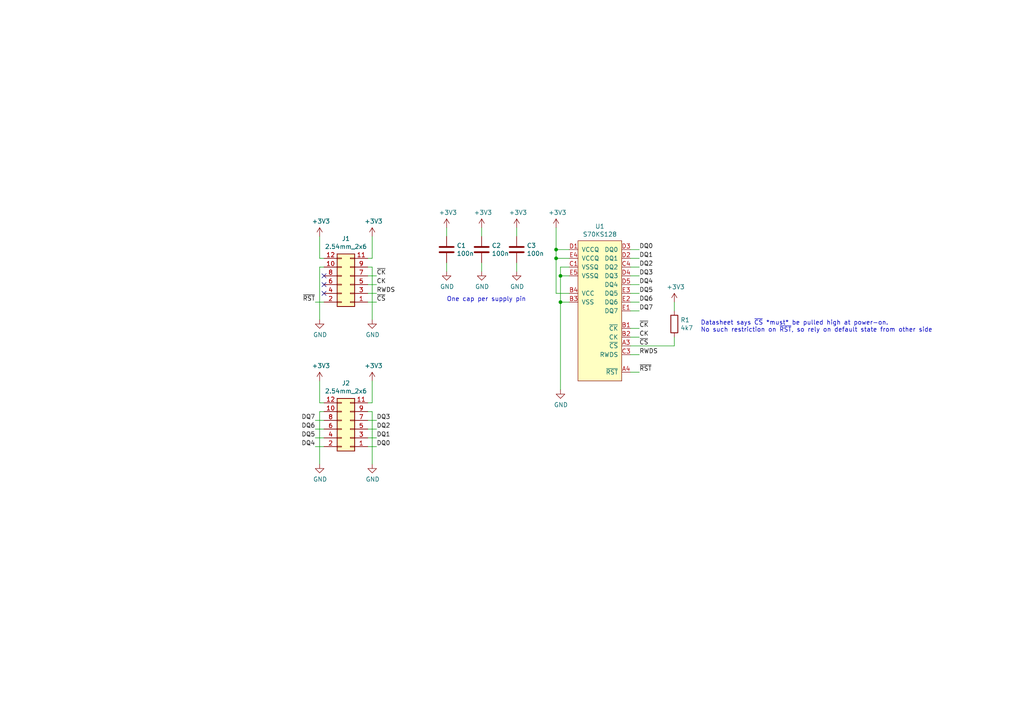
<source format=kicad_sch>
(kicad_sch (version 20230121) (generator eeschema)
  (paper "A4")
  (title_block (title "HyperRAM PMOD") (date "2020-08-19") (rev "A") (company "Luke Wren"))
  (lib_symbols
    (symbol "Connector_Generic:Conn_02x06_Odd_Even" (pin_names (offset 1.016) hide)
      (property "Reference" "J" (at 1.27 7.62 0))
      (property "Value" "Conn_02x06_Odd_Even" (at 1.27 -10.16 0))
      (symbol "Conn_02x06_Odd_Even_1_1"
        (rectangle (start -1.27 -7.493) (end 0 -7.747) (stroke (width 0.1524)))
        (rectangle (start -1.27 -4.953) (end 0 -5.207) (stroke (width 0.1524)))
        (rectangle (start -1.27 -2.413) (end 0 -2.667) (stroke (width 0.1524)))
        (rectangle (start -1.27 0.127) (end 0 -0.127) (stroke (width 0.1524)))
        (rectangle (start -1.27 2.667) (end 0 2.413) (stroke (width 0.1524)))
        (rectangle (start -1.27 5.207) (end 0 4.953) (stroke (width 0.1524)))
        (rectangle (start -1.27 6.35) (end 3.81 -8.89) (stroke (width 0.254)) (fill (type background)))
        (rectangle (start 3.81 -7.493) (end 2.54 -7.747) (stroke (width 0.1524)))
        (rectangle (start 3.81 -4.953) (end 2.54 -5.207) (stroke (width 0.1524)))
        (rectangle (start 3.81 -2.413) (end 2.54 -2.667) (stroke (width 0.1524)))
        (rectangle (start 3.81 0.127) (end 2.54 -0.127) (stroke (width 0.1524)))
        (rectangle (start 3.81 2.667) (end 2.54 2.413) (stroke (width 0.1524)))
        (rectangle (start 3.81 5.207) (end 2.54 4.953) (stroke (width 0.1524)))
        (pin passive line (at -5.08 5.08 0) (length 3.81) (name "Pin_1") (number "1"))
        (pin passive line (at 7.62 -5.08 180) (length 3.81) (name "Pin_10") (number "10"))
        (pin passive line (at -5.08 -7.62 0) (length 3.81) (name "Pin_11") (number "11"))
        (pin passive line (at 7.62 -7.62 180) (length 3.81) (name "Pin_12") (number "12"))
        (pin passive line (at 7.62 5.08 180) (length 3.81) (name "Pin_2") (number "2"))
        (pin passive line (at -5.08 2.54 0) (length 3.81) (name "Pin_3") (number "3"))
        (pin passive line (at 7.62 2.54 180) (length 3.81) (name "Pin_4") (number "4"))
        (pin passive line (at -5.08 0 0) (length 3.81) (name "Pin_5") (number "5"))
        (pin passive line (at 7.62 0 180) (length 3.81) (name "Pin_6") (number "6"))
        (pin passive line (at -5.08 -2.54 0) (length 3.81) (name "Pin_7") (number "7"))
        (pin passive line (at 7.62 -2.54 180) (length 3.81) (name "Pin_8") (number "8"))
        (pin passive line (at -5.08 -5.08 0) (length 3.81) (name "Pin_9") (number "9"))
      )
    )
    (symbol "Device:C" (pin_numbers hide) (pin_names (offset 0.254))
      (property "Reference" "C" (at 0.635 2.54 0))
      (property "Value" "C" (at 0.635 -2.54 0))
      (symbol "C_0_1"
        (polyline (pts (xy -2.032 -0.762) (xy 2.032 -0.762)) (stroke (width 0.508)))
        (polyline (pts (xy -2.032 0.762) (xy 2.032 0.762)) (stroke (width 0.508)))
      )
      (symbol "C_1_1"
        (pin passive line (at 0 3.81 270) (length 2.794) (name "~") (number "1"))
        (pin passive line (at 0 -3.81 90) (length 2.794) (name "~") (number "2"))
      )
    )
    (symbol "Device:R" (pin_numbers hide) (pin_names (offset 0))
      (property "Reference" "R" (at 2.032 0 90))
      (property "Value" "R" (at 0 0 90))
      (symbol "R_0_1"
        (rectangle (start -1.016 -2.54) (end 1.016 2.54) (stroke (width 0.254)))
      )
      (symbol "R_1_1"
        (pin passive line (at 0 3.81 270) (length 1.27) (name "~") (number "1"))
        (pin passive line (at 0 -3.81 90) (length 1.27) (name "~") (number "2"))
      )
    )
    (symbol "picodvi:S70KS128" (pin_names (offset 1.016))
      (property "Reference" "U" (at 0 21.59 0))
      (property "Value" "S70KS128" (at 0 -21.59 0))
      (symbol "S70KS128_0_1"
        (rectangle (start -6.35 20.32) (end 6.35 -20.32) (fill (type background)))
      )
      (symbol "S70KS128_1_1"
        (pin input line (at 8.89 -10.16 180) (length 2.54) (name "~{CS}") (number "A3"))
        (pin input line (at 8.89 -17.78 180) (length 2.54) (name "~{RST}") (number "A4"))
        (pin input line (at 8.89 -5.08 180) (length 2.54) (name "~{CK}") (number "B1"))
        (pin input line (at 8.89 -7.62 180) (length 2.54) (name "CK") (number "B2"))
        (pin passive line (at -8.89 2.54 0) (length 2.54) (name "VSS") (number "B3"))
        (pin power_in line (at -8.89 5.08 0) (length 2.54) (name "VCC") (number "B4"))
        (pin passive line (at -8.89 12.7 0) (length 2.54) (name "VSSQ") (number "C1"))
        (pin bidirectional line (at 8.89 -12.7 180) (length 2.54) (name "RWDS") (number "C3"))
        (pin bidirectional line (at 8.89 12.7 180) (length 2.54) (name "DQ2") (number "C4"))
        (pin power_in line (at -8.89 17.78 0) (length 2.54) (name "VCCQ") (number "D1"))
        (pin bidirectional line (at 8.89 15.24 180) (length 2.54) (name "DQ1") (number "D2"))
        (pin bidirectional line (at 8.89 17.78 180) (length 2.54) (name "DQ0") (number "D3"))
        (pin bidirectional line (at 8.89 10.16 180) (length 2.54) (name "DQ3") (number "D4"))
        (pin bidirectional line (at 8.89 7.62 180) (length 2.54) (name "DQ4") (number "D5"))
        (pin bidirectional line (at 8.89 0 180) (length 2.54) (name "DQ7") (number "E1"))
        (pin bidirectional line (at 8.89 2.54 180) (length 2.54) (name "DQ6") (number "E2"))
        (pin bidirectional line (at 8.89 5.08 180) (length 2.54) (name "DQ5") (number "E3"))
        (pin power_in line (at -8.89 15.24 0) (length 2.54) (name "VCCQ") (number "E4"))
        (pin passive line (at -8.89 10.16 0) (length 2.54) (name "VSSQ") (number "E5"))
      )
    )
    (symbol "power:+3V3" (power) (pin_names (offset 0))
      (property "Value" "+3V3" (at 0 3.556 0))
      (symbol "+3V3_0_1"
        (polyline (pts (xy -0.762 1.27) (xy 0 2.54)))
        (polyline (pts (xy 0 0) (xy 0 2.54)))
        (polyline (pts (xy 0 2.54) (xy 0.762 1.27)))
      )
      (symbol "+3V3_1_1"
        (pin power_in line (at 0 0 90) (length 0) hide (name "+3V3") (number "1"))
      )
    )
    (symbol "power:GND" (power) (pin_names (offset 0))
      (property "Value" "GND" (at 0 -3.81 0))
      (symbol "GND_0_1"
        (polyline (pts (xy 0 0) (xy 0 -1.27) (xy 1.27 -1.27) (xy 0 -2.54) (xy -1.27 -1.27) (xy 0 -1.27)))
      )
      (symbol "GND_1_1"
        (pin power_in line (at 0 0 270) (length 0) hide (name "GND") (number "1"))
      )
    )
  )
  (junction (at 161.29 74.93))
  (junction (at 161.29 72.39))
  (junction (at 162.56 80.01))
  (junction (at 162.56 87.63))
  (no_connect (at 93.98 85.09))
  (no_connect (at 93.98 82.55))
  (no_connect (at 93.98 80.01))
  (wire (pts (xy 93.98 116.84) (xy 92.71 116.84)))
  (wire (pts (xy 106.68 80.01) (xy 109.22 80.01)))
  (wire (pts (xy 106.68 82.55) (xy 109.22 82.55)))
  (wire (pts (xy 106.68 129.54) (xy 109.22 129.54)))
  (wire (pts (xy 182.88 107.95) (xy 185.42 107.95)))
  (wire (pts (xy 165.1 74.93) (xy 161.29 74.93)))
  (wire (pts (xy 91.44 127) (xy 93.98 127)))
  (wire (pts (xy 149.86 68.58) (xy 149.86 66.04)))
  (wire (pts (xy 91.44 129.54) (xy 93.98 129.54)))
  (wire (pts (xy 162.56 77.47) (xy 162.56 80.01)))
  (wire (pts (xy 93.98 119.38) (xy 92.71 119.38)))
  (wire (pts (xy 106.68 116.84) (xy 107.95 116.84)))
  (wire (pts (xy 93.98 74.93) (xy 92.71 74.93)))
  (wire (pts (xy 182.88 74.93) (xy 185.42 74.93)))
  (wire (pts (xy 182.88 85.09) (xy 185.42 85.09)))
  (wire (pts (xy 106.68 127) (xy 109.22 127)))
  (wire (pts (xy 129.54 68.58) (xy 129.54 66.04)))
  (wire (pts (xy 106.68 74.93) (xy 107.95 74.93)))
  (wire (pts (xy 165.1 77.47) (xy 162.56 77.47)))
  (wire (pts (xy 139.7 68.58) (xy 139.7 66.04)))
  (wire (pts (xy 161.29 85.09) (xy 165.1 85.09)))
  (wire (pts (xy 182.88 82.55) (xy 185.42 82.55)))
  (wire (pts (xy 93.98 77.47) (xy 92.71 77.47)))
  (wire (pts (xy 182.88 80.01) (xy 185.42 80.01)))
  (wire (pts (xy 106.68 124.46) (xy 109.22 124.46)))
  (wire (pts (xy 162.56 80.01) (xy 162.56 87.63)))
  (wire (pts (xy 92.71 77.47) (xy 92.71 92.71)))
  (wire (pts (xy 106.68 121.92) (xy 109.22 121.92)))
  (wire (pts (xy 162.56 87.63) (xy 162.56 113.03)))
  (wire (pts (xy 161.29 72.39) (xy 161.29 66.04)))
  (wire (pts (xy 182.88 90.17) (xy 185.42 90.17)))
  (wire (pts (xy 107.95 77.47) (xy 107.95 92.71)))
  (wire (pts (xy 106.68 77.47) (xy 107.95 77.47)))
  (wire (pts (xy 92.71 119.38) (xy 92.71 134.62)))
  (wire (pts (xy 165.1 80.01) (xy 162.56 80.01)))
  (wire (pts (xy 182.88 95.25) (xy 185.42 95.25)))
  (wire (pts (xy 107.95 116.84) (xy 107.95 110.49)))
  (wire (pts (xy 182.88 100.33) (xy 195.58 100.33)))
  (wire (pts (xy 91.44 87.63) (xy 93.98 87.63)))
  (wire (pts (xy 106.68 119.38) (xy 107.95 119.38)))
  (wire (pts (xy 92.71 116.84) (xy 92.71 110.49)))
  (wire (pts (xy 139.7 78.74) (xy 139.7 76.2)))
  (wire (pts (xy 195.58 100.33) (xy 195.58 97.79)))
  (wire (pts (xy 182.88 87.63) (xy 185.42 87.63)))
  (wire (pts (xy 106.68 87.63) (xy 109.22 87.63)))
  (wire (pts (xy 165.1 72.39) (xy 161.29 72.39)))
  (wire (pts (xy 149.86 78.74) (xy 149.86 76.2)))
  (wire (pts (xy 107.95 74.93) (xy 107.95 68.58)))
  (wire (pts (xy 92.71 74.93) (xy 92.71 68.58)))
  (wire (pts (xy 91.44 121.92) (xy 93.98 121.92)))
  (wire (pts (xy 182.88 97.79) (xy 185.42 97.79)))
  (wire (pts (xy 106.68 85.09) (xy 109.22 85.09)))
  (wire (pts (xy 195.58 90.17) (xy 195.58 87.63)))
  (wire (pts (xy 182.88 72.39) (xy 185.42 72.39)))
  (wire (pts (xy 107.95 119.38) (xy 107.95 134.62)))
  (wire (pts (xy 161.29 74.93) (xy 161.29 85.09)))
  (wire (pts (xy 91.44 124.46) (xy 93.98 124.46)))
  (wire (pts (xy 165.1 87.63) (xy 162.56 87.63)))
  (wire (pts (xy 129.54 78.74) (xy 129.54 76.2)))
  (wire (pts (xy 161.29 74.93) (xy 161.29 72.39)))
  (wire (pts (xy 182.88 102.87) (xy 185.42 102.87)))
  (wire (pts (xy 182.88 77.47) (xy 185.42 77.47)))
  (text "Datasheet says ~{CS} *must* be pulled high at power-on.\nNo such restriction on ~{RST}, so rely on default state from other side" (at 203.2 96.52 0) (effects (font (size 1.27 1.27)) (justify left bottom)))
  (text "One cap per supply pin" (at 129.54 87.63 0) (effects (font (size 1.27 1.27)) (justify left bottom)))
  (label "DQ0" (at 109.22 129.54 0))
  (label "DQ2" (at 109.22 124.46 0))
  (label "~{RST}" (at 185.42 107.95 0))
  (label "DQ7" (at 91.44 121.92 180))
  (label "~{CS}" (at 185.42 100.33 0))
  (label "DQ7" (at 185.42 90.17 0))
  (label "DQ5" (at 91.44 127 180))
  (label "~{CK}" (at 109.22 80.01 0))
  (label "~{RST}" (at 91.44 87.63 180))
  (label "DQ2" (at 185.42 77.47 0))
  (label "DQ1" (at 185.42 74.93 0))
  (label "RWDS" (at 109.22 85.09 0))
  (label "~{CK}" (at 185.42 95.25 0))
  (label "CK" (at 109.22 82.55 0))
  (label "DQ1" (at 109.22 127 0))
  (label "DQ6" (at 185.42 87.63 0))
  (label "DQ3" (at 109.22 121.92 0))
  (label "RWDS" (at 185.42 102.87 0))
  (label "~{CS}" (at 109.22 87.63 0))
  (label "DQ0" (at 185.42 72.39 0))
  (label "DQ6" (at 91.44 124.46 180))
  (label "DQ3" (at 185.42 80.01 0))
  (label "DQ5" (at 185.42 85.09 0))
  (label "CK" (at 185.42 97.79 0))
  (label "DQ4" (at 185.42 82.55 0))
  (label "DQ4" (at 91.44 129.54 180))
  (symbol (lib_id "picodvi:S70KS128") (at 173.99 90.17 0) (unit 1)
    (property "Reference" "U1" (at 173.99 65.659 0))
    (property "Value" "S70KS128" (at 173.99 67.9704 0))
    (property "Footprint" "picodvi:S70KS128" (effects hide))
  )
  (symbol (lib_id "Connector_Generic:Conn_02x06_Odd_Even") (at 101.6 124.46 180) (unit 1)
    (property "Reference" "J2" (at 100.33 111.125 0))
    (property "Value" "2.54mm_2x6" (at 100.33 113.4364 0))
    (property "Footprint" "Connector_PinSocket_2.54mm:PinSocket_2x06_P2.54mm_Horizontal" (effects hide))
  )
  (symbol (lib_id "power:GND") (at 107.95 134.62 0) (unit 1)
    (property "Reference" "#PWR0101" (effects hide))
    (property "Value" "GND" (at 108.077 139.0142 0))
  )
  (symbol (lib_id "power:+3V3") (at 92.71 110.49 0) (unit 1)
    (property "Reference" "#PWR0102" (effects hide))
    (property "Value" "+3V3" (at 93.091 106.0958 0))
  )
  (symbol (lib_id "power:+3V3") (at 107.95 110.49 0) (unit 1)
    (property "Reference" "#PWR0103" (effects hide))
    (property "Value" "+3V3" (at 108.331 106.0958 0))
  )
  (symbol (lib_id "power:GND") (at 92.71 134.62 0) (unit 1)
    (property "Reference" "#PWR0104" (effects hide))
    (property "Value" "GND" (at 92.837 139.0142 0))
  )
  (symbol (lib_id "Connector_Generic:Conn_02x06_Odd_Even") (at 101.6 82.55 180) (unit 1)
    (property "Reference" "J1" (at 100.33 69.215 0))
    (property "Value" "2.54mm_2x6" (at 100.33 71.5264 0))
    (property "Footprint" "Connector_PinSocket_2.54mm:PinSocket_2x06_P2.54mm_Horizontal" (effects hide))
  )
  (symbol (lib_id "power:GND") (at 107.95 92.71 0) (unit 1)
    (property "Reference" "#PWR0105" (effects hide))
    (property "Value" "GND" (at 108.077 97.1042 0))
  )
  (symbol (lib_id "power:+3V3") (at 92.71 68.58 0) (unit 1)
    (property "Reference" "#PWR0106" (effects hide))
    (property "Value" "+3V3" (at 93.091 64.1858 0))
  )
  (symbol (lib_id "power:+3V3") (at 107.95 68.58 0) (unit 1)
    (property "Reference" "#PWR0107" (effects hide))
    (property "Value" "+3V3" (at 108.331 64.1858 0))
  )
  (symbol (lib_id "power:GND") (at 92.71 92.71 0) (unit 1)
    (property "Reference" "#PWR0108" (effects hide))
    (property "Value" "GND" (at 92.837 97.1042 0))
  )
  (symbol (lib_id "power:+3V3") (at 161.29 66.04 0) (unit 1)
    (property "Reference" "#PWR0109" (effects hide))
    (property "Value" "+3V3" (at 161.671 61.6458 0))
  )
  (symbol (lib_id "power:GND") (at 162.56 113.03 0) (unit 1)
    (property "Reference" "#PWR0110" (effects hide))
    (property "Value" "GND" (at 162.687 117.4242 0))
  )
  (symbol (lib_id "Device:R") (at 195.58 93.98 0) (unit 1)
    (property "Reference" "R1" (at 197.358 92.8116 0) (effects (justify left)))
    (property "Value" "4k7" (at 197.358 95.123 0) (effects (justify left)))
    (property "Footprint" "Resistor_SMD:R_0402_1005Metric" (effects hide))
  )
  (symbol (lib_id "power:+3V3") (at 195.58 87.63 0) (unit 1)
    (property "Reference" "#PWR0111" (effects hide))
    (property "Value" "+3V3" (at 195.961 83.2358 0))
  )
  (symbol (lib_id "Device:C") (at 149.86 72.39 0) (unit 1)
    (property "Reference" "C3" (at 152.781 71.2216 0) (effects (justify left)))
    (property "Value" "100n" (at 152.781 73.533 0) (effects (justify left)))
    (property "Footprint" "Capacitor_SMD:C_0402_1005Metric" (effects hide))
  )
  (symbol (lib_id "power:+3V3") (at 149.86 66.04 0) (unit 1)
    (property "Reference" "#PWR0112" (effects hide))
    (property "Value" "+3V3" (at 150.241 61.6458 0))
  )
  (symbol (lib_id "power:GND") (at 149.86 78.74 0) (unit 1)
    (property "Reference" "#PWR0113" (effects hide))
    (property "Value" "GND" (at 149.987 83.1342 0))
  )
  (symbol (lib_id "Device:C") (at 139.7 72.39 0) (unit 1)
    (property "Reference" "C2" (at 142.621 71.2216 0) (effects (justify left)))
    (property "Value" "100n" (at 142.621 73.533 0) (effects (justify left)))
    (property "Footprint" "Capacitor_SMD:C_0402_1005Metric" (effects hide))
  )
  (symbol (lib_id "power:+3V3") (at 139.7 66.04 0) (unit 1)
    (property "Reference" "#PWR0114" (effects hide))
    (property "Value" "+3V3" (at 140.081 61.6458 0))
  )
  (symbol (lib_id "power:GND") (at 139.7 78.74 0) (unit 1)
    (property "Reference" "#PWR0115" (effects hide))
    (property "Value" "GND" (at 139.827 83.1342 0))
  )
  (symbol (lib_id "Device:C") (at 129.54 72.39 0) (unit 1)
    (property "Reference" "C1" (at 132.461 71.2216 0) (effects (justify left)))
    (property "Value" "100n" (at 132.461 73.533 0) (effects (justify left)))
    (property "Footprint" "Capacitor_SMD:C_0402_1005Metric" (effects hide))
  )
  (symbol (lib_id "power:+3V3") (at 129.54 66.04 0) (unit 1)
    (property "Reference" "#PWR0116" (effects hide))
    (property "Value" "+3V3" (at 129.921 61.6458 0))
  )
  (symbol (lib_id "power:GND") (at 129.54 78.74 0) (unit 1)
    (property "Reference" "#PWR0117" (effects hide))
    (property "Value" "GND" (at 129.667 83.1342 0))
  )
)
</source>
